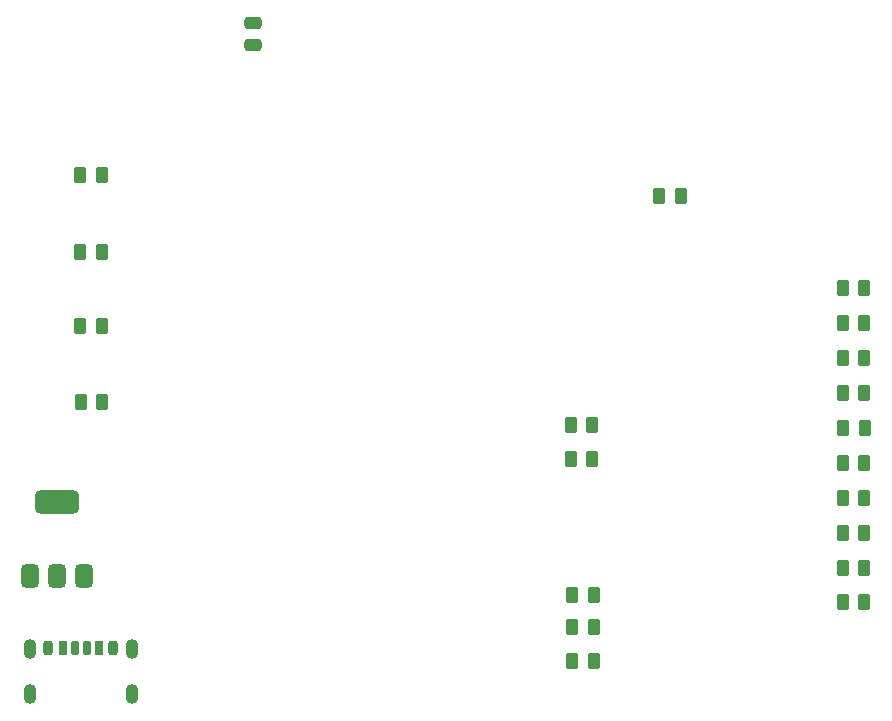
<source format=gbr>
%TF.GenerationSoftware,KiCad,Pcbnew,8.0.4*%
%TF.CreationDate,2024-12-10T19:57:11+05:30*%
%TF.ProjectId,controller-v3,636f6e74-726f-46c6-9c65-722d76332e6b,rev?*%
%TF.SameCoordinates,Original*%
%TF.FileFunction,Paste,Top*%
%TF.FilePolarity,Positive*%
%FSLAX46Y46*%
G04 Gerber Fmt 4.6, Leading zero omitted, Abs format (unit mm)*
G04 Created by KiCad (PCBNEW 8.0.4) date 2024-12-10 19:57:11*
%MOMM*%
%LPD*%
G01*
G04 APERTURE LIST*
G04 Aperture macros list*
%AMRoundRect*
0 Rectangle with rounded corners*
0 $1 Rounding radius*
0 $2 $3 $4 $5 $6 $7 $8 $9 X,Y pos of 4 corners*
0 Add a 4 corners polygon primitive as box body*
4,1,4,$2,$3,$4,$5,$6,$7,$8,$9,$2,$3,0*
0 Add four circle primitives for the rounded corners*
1,1,$1+$1,$2,$3*
1,1,$1+$1,$4,$5*
1,1,$1+$1,$6,$7*
1,1,$1+$1,$8,$9*
0 Add four rect primitives between the rounded corners*
20,1,$1+$1,$2,$3,$4,$5,0*
20,1,$1+$1,$4,$5,$6,$7,0*
20,1,$1+$1,$6,$7,$8,$9,0*
20,1,$1+$1,$8,$9,$2,$3,0*%
G04 Aperture macros list end*
%ADD10RoundRect,0.250000X-0.262500X-0.450000X0.262500X-0.450000X0.262500X0.450000X-0.262500X0.450000X0*%
%ADD11RoundRect,0.250000X0.262500X0.450000X-0.262500X0.450000X-0.262500X-0.450000X0.262500X-0.450000X0*%
%ADD12RoundRect,0.375000X0.375000X-0.625000X0.375000X0.625000X-0.375000X0.625000X-0.375000X-0.625000X0*%
%ADD13RoundRect,0.500000X1.400000X-0.500000X1.400000X0.500000X-1.400000X0.500000X-1.400000X-0.500000X0*%
%ADD14RoundRect,0.175000X-0.175000X-0.425000X0.175000X-0.425000X0.175000X0.425000X-0.175000X0.425000X0*%
%ADD15RoundRect,0.190000X0.190000X0.410000X-0.190000X0.410000X-0.190000X-0.410000X0.190000X-0.410000X0*%
%ADD16RoundRect,0.200000X0.200000X0.400000X-0.200000X0.400000X-0.200000X-0.400000X0.200000X-0.400000X0*%
%ADD17RoundRect,0.175000X0.175000X0.425000X-0.175000X0.425000X-0.175000X-0.425000X0.175000X-0.425000X0*%
%ADD18RoundRect,0.190000X-0.190000X-0.410000X0.190000X-0.410000X0.190000X0.410000X-0.190000X0.410000X0*%
%ADD19RoundRect,0.200000X-0.200000X-0.400000X0.200000X-0.400000X0.200000X0.400000X-0.200000X0.400000X0*%
%ADD20O,1.100000X1.700000*%
%ADD21RoundRect,0.250000X-0.475000X0.250000X-0.475000X-0.250000X0.475000X-0.250000X0.475000X0.250000X0*%
G04 APERTURE END LIST*
D10*
%TO.C,R4*%
X161615000Y-117750000D03*
X163440000Y-117750000D03*
%TD*%
D11*
%TO.C,R11*%
X140412500Y-123400000D03*
X138587500Y-123400000D03*
%TD*%
D10*
%TO.C,R8*%
X138717500Y-134900000D03*
X140542500Y-134900000D03*
%TD*%
D12*
%TO.C,U5*%
X92800000Y-133287500D03*
X95100000Y-133287500D03*
D13*
X95100000Y-126987500D03*
D12*
X97400000Y-133287500D03*
%TD*%
D10*
%TO.C,R1*%
X161615000Y-108900000D03*
X163440000Y-108900000D03*
%TD*%
%TO.C,R9*%
X138717500Y-137600000D03*
X140542500Y-137600000D03*
%TD*%
%TO.C,R5*%
X161627500Y-120700000D03*
X163452500Y-120700000D03*
%TD*%
D11*
%TO.C,R13*%
X98872500Y-112125000D03*
X97047500Y-112125000D03*
%TD*%
D10*
%TO.C,R17*%
X161602500Y-132550000D03*
X163427500Y-132550000D03*
%TD*%
D11*
%TO.C,R19*%
X98902500Y-118500000D03*
X97077500Y-118500000D03*
%TD*%
%TO.C,R_pulldown1*%
X147902500Y-101100000D03*
X146077500Y-101100000D03*
%TD*%
D10*
%TO.C,R16*%
X161602500Y-129600000D03*
X163427500Y-129600000D03*
%TD*%
%TO.C,R15*%
X161615000Y-126650000D03*
X163440000Y-126650000D03*
%TD*%
D14*
%TO.C,J1*%
X96585000Y-139357500D03*
D15*
X98605000Y-139357500D03*
D16*
X99835000Y-139357500D03*
D17*
X97585000Y-139357500D03*
D18*
X95565000Y-139357500D03*
D19*
X94335000Y-139357500D03*
D20*
X92765000Y-139437500D03*
X92765000Y-143237500D03*
X101405000Y-139437500D03*
X101405000Y-143237500D03*
%TD*%
D11*
%TO.C,R10*%
X140412500Y-120450000D03*
X138587500Y-120450000D03*
%TD*%
%TO.C,R12*%
X98882500Y-105800000D03*
X97057500Y-105800000D03*
%TD*%
D21*
%TO.C,C1*%
X111650000Y-86430000D03*
X111650000Y-88330000D03*
%TD*%
D11*
%TO.C,R6*%
X98872500Y-99300000D03*
X97047500Y-99300000D03*
%TD*%
D10*
%TO.C,R3*%
X161615000Y-114800000D03*
X163440000Y-114800000D03*
%TD*%
%TO.C,R14*%
X161615000Y-123700000D03*
X163440000Y-123700000D03*
%TD*%
%TO.C,R18*%
X161602500Y-135500000D03*
X163427500Y-135500000D03*
%TD*%
%TO.C,R7*%
X138717500Y-140500000D03*
X140542500Y-140500000D03*
%TD*%
%TO.C,R2*%
X161615000Y-111850000D03*
X163440000Y-111850000D03*
%TD*%
M02*

</source>
